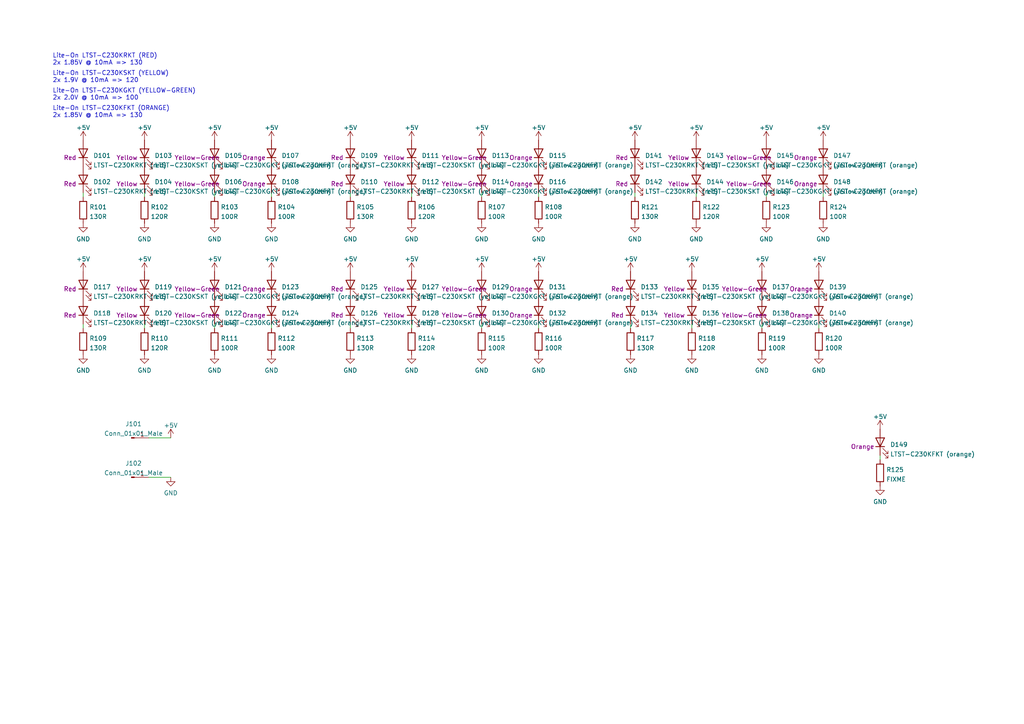
<source format=kicad_sch>
(kicad_sch (version 20211123) (generator eeschema)
  (paper "A4")
  (lib_symbols
    (symbol "Connector:Conn_01x01_Male" (pin_names (offset 1.016) hide)
      (property "Reference" "J" (at 0 2.54 0))
      (property "Value" "Conn_01x01_Male" (at 0 -2.54 0))
      (symbol "Conn_01x01_Male_1_1"
        (polyline (pts (xy 1.27 0) (xy 0.8636 0)) (stroke (width 0.1524)))
        (rectangle (start 0.8636 0.127) (end 0 -0.127) (stroke (width 0.1524)) (fill (type outline)))
        (pin passive line (at 5.08 0 180) (length 3.81) (name "Pin_1") (number "1"))
      )
    )
    (symbol "Device:LED" (pin_numbers hide) (pin_names (offset 1.016) hide)
      (property "Reference" "D" (at 0 2.54 0))
      (property "Value" "LED" (at 0 -2.54 0))
      (symbol "LED_0_1"
        (polyline (pts (xy -1.27 -1.27) (xy -1.27 1.27)) (stroke (width 0.254)))
        (polyline (pts (xy -1.27 0) (xy 1.27 0)))
        (polyline (pts (xy 1.27 -1.27) (xy 1.27 1.27) (xy -1.27 0) (xy 1.27 -1.27)) (stroke (width 0.254)))
        (polyline (pts (xy -3.048 -0.762) (xy -4.572 -2.286) (xy -3.81 -2.286) (xy -4.572 -2.286) (xy -4.572 -1.524)))
        (polyline (pts (xy -1.778 -0.762) (xy -3.302 -2.286) (xy -2.54 -2.286) (xy -3.302 -2.286) (xy -3.302 -1.524)))
      )
      (symbol "LED_1_1"
        (pin passive line (at -3.81 0 0) (length 2.54) (name "K") (number "1"))
        (pin passive line (at 3.81 0 180) (length 2.54) (name "A") (number "2"))
      )
    )
    (symbol "Device:R" (pin_numbers hide) (pin_names (offset 0))
      (property "Reference" "R" (at 2.032 0 90))
      (property "Value" "R" (at 0 0 90))
      (symbol "R_0_1"
        (rectangle (start -1.016 -2.54) (end 1.016 2.54) (stroke (width 0.254)))
      )
      (symbol "R_1_1"
        (pin passive line (at 0 3.81 270) (length 1.27) (name "~") (number "1"))
        (pin passive line (at 0 -3.81 90) (length 1.27) (name "~") (number "2"))
      )
    )
    (symbol "power:+5V" (power) (pin_names (offset 0))
      (property "Value" "+5V" (at 0 3.556 0))
      (symbol "+5V_0_1"
        (polyline (pts (xy -0.762 1.27) (xy 0 2.54)))
        (polyline (pts (xy 0 0) (xy 0 2.54)))
        (polyline (pts (xy 0 2.54) (xy 0.762 1.27)))
      )
      (symbol "+5V_1_1"
        (pin power_in line (at 0 0 90) (length 0) hide (name "+5V") (number "1"))
      )
    )
    (symbol "power:GND" (power) (pin_names (offset 0))
      (property "Value" "GND" (at 0 -3.81 0))
      (symbol "GND_0_1"
        (polyline (pts (xy 0 0) (xy 0 -1.27) (xy 1.27 -1.27) (xy 0 -2.54) (xy -1.27 -1.27) (xy 0 -1.27)))
      )
      (symbol "GND_1_1"
        (pin power_in line (at 0 0 270) (length 0) hide (name "GND") (number "1"))
      )
    )
  )
  (wire (pts (xy 222.25 55.88) (xy 222.25 57.15)))
  (wire (pts (xy 62.23 55.88) (xy 62.23 57.15)))
  (wire (pts (xy 24.13 93.98) (xy 24.13 95.25)))
  (wire (pts (xy 200.66 93.98) (xy 200.66 95.25)))
  (wire (pts (xy 156.21 93.98) (xy 156.21 95.25)))
  (wire (pts (xy 62.23 93.98) (xy 62.23 95.25)))
  (wire (pts (xy 182.88 93.98) (xy 182.88 95.25)))
  (wire (pts (xy 201.93 55.88) (xy 201.93 57.15)))
  (wire (pts (xy 41.91 93.98) (xy 41.91 95.25)))
  (wire (pts (xy 237.49 93.98) (xy 237.49 95.25)))
  (wire (pts (xy 119.38 55.88) (xy 119.38 57.15)))
  (wire (pts (xy 43.18 127) (xy 49.53 127)))
  (wire (pts (xy 101.6 93.98) (xy 101.6 95.25)))
  (wire (pts (xy 139.7 93.98) (xy 139.7 95.25)))
  (wire (pts (xy 156.21 55.88) (xy 156.21 57.15)))
  (wire (pts (xy 101.6 55.88) (xy 101.6 57.15)))
  (wire (pts (xy 238.76 55.88) (xy 238.76 57.15)))
  (wire (pts (xy 119.38 93.98) (xy 119.38 95.25)))
  (wire (pts (xy 220.98 93.98) (xy 220.98 95.25)))
  (wire (pts (xy 41.91 55.88) (xy 41.91 57.15)))
  (wire (pts (xy 78.74 55.88) (xy 78.74 57.15)))
  (wire (pts (xy 184.15 55.88) (xy 184.15 57.15)))
  (wire (pts (xy 24.13 55.88) (xy 24.13 57.15)))
  (wire (pts (xy 78.74 93.98) (xy 78.74 95.25)))
  (wire (pts (xy 43.18 138.43) (xy 49.53 138.43)))
  (wire (pts (xy 255.27 132.08) (xy 255.27 133.35)))
  (wire (pts (xy 139.7 55.88) (xy 139.7 57.15)))
  (text "Lite-On LTST-C230KGKT (YELLOW-GREEN)\n2x 2.0V @ 10mA => 100" (at 15.24 29.21 0) (effects (font (size 1.27 1.27)) (justify left bottom)))
  (text "Lite-On LTST-C230KSKT (YELLOW)\n2x 1.9V @ 10mA => 120" (at 15.24 24.13 0) (effects (font (size 1.27 1.27)) (justify left bottom)))
  (text "Lite-On LTST-C230KRKT (RED)\n2x 1.85V @ 10mA => 130" (at 15.24 19.05 0) (effects (font (size 1.27 1.27)) (justify left bottom)))
  (text "Lite-On LTST-C230KFKT (ORANGE)\n2x 1.85V @ 10mA => 130" (at 15.24 34.29 0) (effects (font (size 1.27 1.27)) (justify left bottom)))
  (symbol (lib_id "Device:LED") (at 78.74 44.45 90) (unit 1)
    (property "Reference" "D107" (at 81.661 45.129 90) (effects (justify right)))
    (property "Value" "LTST-C230KFKT (orange)" (at 81.661 47.9041 90) (effects (justify right)))
    (property "Footprint" "library:led_counterpost_1206" (effects hide))
    (property "LCSC#" "C284942" (effects hide))
    (property "Color" "Orange" (at 73.66 45.72 90))
    (property "P/N" "LTST-C230KFKT" (effects hide))
    (property "MFG" "Lite-On" (effects hide))
  )
  (symbol (lib_id "power:+5V") (at 201.93 40.64 0) (unit 1)
    (property "Reference" "#PWR0143" (effects hide))
    (property "Value" "+5V" (at 201.93 37.0355 0))
  )
  (symbol (lib_id "Device:LED") (at 200.66 82.55 90) (unit 1)
    (property "Reference" "D135" (at 203.581 83.229 90) (effects (justify right)))
    (property "Value" "LTST-C230KSKT (yellow)" (at 203.581 86.0041 90) (effects (justify right)))
    (property "Footprint" "library:led_counterpost_1206" (effects hide))
    (property "LCSC#" "C125108" (effects hide))
    (property "Color" "Yellow" (at 195.58 83.82 90))
    (property "P/N" "LTST-C230KSKT" (effects hide))
    (property "MFG" "Lite-On" (effects hide))
  )
  (symbol (lib_id "Device:LED") (at 238.76 52.07 90) (unit 1)
    (property "Reference" "D148" (at 241.681 52.749 90) (effects (justify right)))
    (property "Value" "LTST-C230KFKT (orange)" (at 241.681 55.5241 90) (effects (justify right)))
    (property "Footprint" "library:led_counterpost_1206" (effects hide))
    (property "LCSC#" "C284942" (effects hide))
    (property "Color" "Orange" (at 233.68 53.34 90))
    (property "P/N" "LTST-C230KFKT" (effects hide))
    (property "MFG" "Lite-On" (effects hide))
  )
  (symbol (lib_id "power:+5V") (at 24.13 78.74 0) (unit 1)
    (property "Reference" "#PWR0117" (effects hide))
    (property "Value" "+5V" (at 24.13 75.1355 0))
  )
  (symbol (lib_id "Device:LED") (at 119.38 52.07 90) (unit 1)
    (property "Reference" "D112" (at 122.301 52.749 90) (effects (justify right)))
    (property "Value" "LTST-C230KSKT (yellow)" (at 122.301 55.5241 90) (effects (justify right)))
    (property "Footprint" "library:led_counterpost_1206" (effects hide))
    (property "LCSC#" "C125108" (effects hide))
    (property "Color" "Yellow" (at 114.3 53.34 90))
    (property "P/N" "LTST-C230KSKT" (effects hide))
    (property "MFG" "Lite-On" (effects hide))
  )
  (symbol (lib_id "Device:LED") (at 220.98 90.17 90) (unit 1)
    (property "Reference" "D138" (at 223.901 90.849 90) (effects (justify right)))
    (property "Value" "LTST-C230KGKT (yellow-green)" (at 223.901 93.6241 90) (effects (justify right)))
    (property "Footprint" "library:led_counterpost_1206" (effects hide))
    (property "LCSC#" "C125106" (effects hide))
    (property "Color" "Yellow-Green" (at 215.9 91.44 90))
    (property "P/N" "LTST-C230KGKT" (effects hide))
    (property "MFG" "Lite-On" (effects hide))
  )
  (symbol (lib_id "Device:LED") (at 101.6 90.17 90) (unit 1)
    (property "Reference" "D126" (at 104.521 90.849 90) (effects (justify right)))
    (property "Value" "LTST-C230KRKT (red)" (at 104.521 93.6241 90) (effects (justify right)))
    (property "Footprint" "library:led_counterpost_1206" (effects hide))
    (property "LCSC#" "C125107" (effects hide))
    (property "Color" "Red" (at 97.79 91.44 90))
    (property "P/N" "LTST-C230KRKT" (effects hide))
    (property "MFG" "Lite-On" (effects hide))
  )
  (symbol (lib_id "Device:R") (at 119.38 99.06 0) (unit 1)
    (property "Reference" "R114" (at 121.158 98.1515 0) (effects (justify left)))
    (property "Value" "120R" (at 121.158 100.9266 0) (effects (justify left)))
    (property "Footprint" "Resistor_SMD:R_0603_1608Metric" (effects hide))
  )
  (symbol (lib_id "power:+5V") (at 238.76 40.64 0) (unit 1)
    (property "Reference" "#PWR0147" (effects hide))
    (property "Value" "+5V" (at 238.76 37.0355 0))
  )
  (symbol (lib_id "Device:R") (at 41.91 99.06 0) (unit 1)
    (property "Reference" "R110" (at 43.688 98.1515 0) (effects (justify left)))
    (property "Value" "120R" (at 43.688 100.9266 0) (effects (justify left)))
    (property "Footprint" "Resistor_SMD:R_0603_1608Metric" (effects hide))
  )
  (symbol (lib_id "Device:R") (at 156.21 60.96 0) (unit 1)
    (property "Reference" "R108" (at 157.988 60.0515 0) (effects (justify left)))
    (property "Value" "100R" (at 157.988 62.8266 0) (effects (justify left)))
    (property "Footprint" "Resistor_SMD:R_0603_1608Metric" (effects hide))
  )
  (symbol (lib_id "Device:LED") (at 201.93 52.07 90) (unit 1)
    (property "Reference" "D144" (at 204.851 52.749 90) (effects (justify right)))
    (property "Value" "LTST-C230KSKT (yellow)" (at 204.851 55.5241 90) (effects (justify right)))
    (property "Footprint" "library:led_counterpost_1206" (effects hide))
    (property "LCSC#" "C125108" (effects hide))
    (property "Color" "Yellow" (at 196.85 53.34 90))
    (property "P/N" "LTST-C230KSKT" (effects hide))
    (property "MFG" "Lite-On" (effects hide))
  )
  (symbol (lib_id "power:GND") (at 101.6 64.77 0) (unit 1)
    (property "Reference" "#PWR0115" (effects hide))
    (property "Value" "GND" (at 101.6 69.3325 0))
  )
  (symbol (lib_id "Device:R") (at 41.91 60.96 0) (unit 1)
    (property "Reference" "R102" (at 43.688 60.0515 0) (effects (justify left)))
    (property "Value" "120R" (at 43.688 62.8266 0) (effects (justify left)))
    (property "Footprint" "Resistor_SMD:R_0603_1608Metric" (effects hide))
  )
  (symbol (lib_id "Device:LED") (at 119.38 90.17 90) (unit 1)
    (property "Reference" "D128" (at 122.301 90.849 90) (effects (justify right)))
    (property "Value" "LTST-C230KSKT (yellow)" (at 122.301 93.6241 90) (effects (justify right)))
    (property "Footprint" "library:led_counterpost_1206" (effects hide))
    (property "LCSC#" "C125108" (effects hide))
    (property "Color" "Yellow" (at 114.3 91.44 90))
    (property "P/N" "LTST-C230KSKT" (effects hide))
    (property "MFG" "Lite-On" (effects hide))
  )
  (symbol (lib_id "power:GND") (at 184.15 64.77 0) (unit 1)
    (property "Reference" "#PWR0142" (effects hide))
    (property "Value" "GND" (at 184.15 69.3325 0))
  )
  (symbol (lib_id "power:+5V") (at 78.74 40.64 0) (unit 1)
    (property "Reference" "#PWR0105" (effects hide))
    (property "Value" "+5V" (at 78.74 37.0355 0))
  )
  (symbol (lib_id "Device:R") (at 139.7 60.96 0) (unit 1)
    (property "Reference" "R107" (at 141.478 60.0515 0) (effects (justify left)))
    (property "Value" "100R" (at 141.478 62.8266 0) (effects (justify left)))
    (property "Footprint" "Resistor_SMD:R_0603_1608Metric" (effects hide))
  )
  (symbol (lib_id "power:GND") (at 201.93 64.77 0) (unit 1)
    (property "Reference" "#PWR0144" (effects hide))
    (property "Value" "GND" (at 201.93 69.3325 0))
  )
  (symbol (lib_id "Device:LED") (at 156.21 52.07 90) (unit 1)
    (property "Reference" "D116" (at 159.131 52.749 90) (effects (justify right)))
    (property "Value" "LTST-C230KFKT (orange)" (at 159.131 55.5241 90) (effects (justify right)))
    (property "Footprint" "library:led_counterpost_1206" (effects hide))
    (property "LCSC#" "C284942" (effects hide))
    (property "Color" "Orange" (at 151.13 53.34 90))
    (property "P/N" "LTST-C230KFKT" (effects hide))
    (property "MFG" "Lite-On" (effects hide))
  )
  (symbol (lib_id "Device:R") (at 156.21 99.06 0) (unit 1)
    (property "Reference" "R116" (at 157.988 98.1515 0) (effects (justify left)))
    (property "Value" "100R" (at 157.988 100.9266 0) (effects (justify left)))
    (property "Footprint" "Resistor_SMD:R_0603_1608Metric" (effects hide))
  )
  (symbol (lib_id "Device:LED") (at 24.13 82.55 90) (unit 1)
    (property "Reference" "D117" (at 27.051 83.229 90) (effects (justify right)))
    (property "Value" "LTST-C230KRKT (red)" (at 27.051 86.0041 90) (effects (justify right)))
    (property "Footprint" "library:led_counterpost_1206" (effects hide))
    (property "LCSC#" "C125107" (effects hide))
    (property "Color" "Red" (at 20.32 83.82 90))
    (property "P/N" "LTST-C230KRKT" (effects hide))
    (property "MFG" "Lite-On" (effects hide))
  )
  (symbol (lib_id "Device:LED") (at 24.13 90.17 90) (unit 1)
    (property "Reference" "D118" (at 27.051 90.849 90) (effects (justify right)))
    (property "Value" "LTST-C230KRKT (red)" (at 27.051 93.6241 90) (effects (justify right)))
    (property "Footprint" "library:led_counterpost_1206" (effects hide))
    (property "LCSC#" "C125107" (effects hide))
    (property "Color" "Red" (at 20.32 91.44 90))
    (property "P/N" "LTST-C230KRKT" (effects hide))
    (property "MFG" "Lite-On" (effects hide))
  )
  (symbol (lib_id "Device:R") (at 24.13 99.06 0) (unit 1)
    (property "Reference" "R109" (at 25.908 98.1515 0) (effects (justify left)))
    (property "Value" "130R" (at 25.908 100.9266 0) (effects (justify left)))
    (property "Footprint" "Resistor_SMD:R_0603_1608Metric" (effects hide))
  )
  (symbol (lib_id "Device:R") (at 62.23 99.06 0) (unit 1)
    (property "Reference" "R111" (at 64.008 98.1515 0) (effects (justify left)))
    (property "Value" "100R" (at 64.008 100.9266 0) (effects (justify left)))
    (property "Footprint" "Resistor_SMD:R_0603_1608Metric" (effects hide))
  )
  (symbol (lib_id "power:+5V") (at 62.23 40.64 0) (unit 1)
    (property "Reference" "#PWR0108" (effects hide))
    (property "Value" "+5V" (at 62.23 37.0355 0))
  )
  (symbol (lib_id "Device:LED") (at 139.7 90.17 90) (unit 1)
    (property "Reference" "D130" (at 142.621 90.849 90) (effects (justify right)))
    (property "Value" "LTST-C230KGKT (yellow-green)" (at 142.621 93.6241 90) (effects (justify right)))
    (property "Footprint" "library:led_counterpost_1206" (effects hide))
    (property "LCSC#" "C125106" (effects hide))
    (property "Color" "Yellow-Green" (at 134.62 91.44 90))
    (property "P/N" "LTST-C230KGKT" (effects hide))
    (property "MFG" "Lite-On" (effects hide))
  )
  (symbol (lib_id "Device:R") (at 255.27 137.16 0) (unit 1)
    (property "Reference" "R125" (at 257.048 136.2515 0) (effects (justify left)))
    (property "Value" "FIXME" (at 257.048 139.0266 0) (effects (justify left)))
    (property "Footprint" "Resistor_SMD:R_0603_1608Metric" (effects hide))
  )
  (symbol (lib_id "Device:LED") (at 62.23 52.07 90) (unit 1)
    (property "Reference" "D106" (at 65.151 52.749 90) (effects (justify right)))
    (property "Value" "LTST-C230KGKT (yellow-green)" (at 65.151 55.5241 90) (effects (justify right)))
    (property "Footprint" "library:led_counterpost_1206" (effects hide))
    (property "LCSC#" "C125106" (effects hide))
    (property "Color" "Yellow-Green" (at 57.15 53.34 90))
    (property "P/N" "LTST-C230KGKT" (effects hide))
    (property "MFG" "Lite-On" (effects hide))
  )
  (symbol (lib_id "Device:LED") (at 41.91 52.07 90) (unit 1)
    (property "Reference" "D104" (at 44.831 52.749 90) (effects (justify right)))
    (property "Value" "LTST-C230KSKT (yellow)" (at 44.831 55.5241 90) (effects (justify right)))
    (property "Footprint" "library:led_counterpost_1206" (effects hide))
    (property "LCSC#" "C125108" (effects hide))
    (property "Color" "Yellow" (at 36.83 53.34 90))
    (property "P/N" "LTST-C230KSKT" (effects hide))
    (property "MFG" "Lite-On" (effects hide))
  )
  (symbol (lib_id "Device:LED") (at 78.74 52.07 90) (unit 1)
    (property "Reference" "D108" (at 81.661 52.749 90) (effects (justify right)))
    (property "Value" "LTST-C230KFKT (orange)" (at 81.661 55.5241 90) (effects (justify right)))
    (property "Footprint" "library:led_counterpost_1206" (effects hide))
    (property "LCSC#" "C284942" (effects hide))
    (property "Color" "Orange" (at 73.66 53.34 90))
    (property "P/N" "LTST-C230KFKT" (effects hide))
    (property "MFG" "Lite-On" (effects hide))
  )
  (symbol (lib_id "Device:R") (at 24.13 60.96 0) (unit 1)
    (property "Reference" "R101" (at 25.908 60.0515 0) (effects (justify left)))
    (property "Value" "130R" (at 25.908 62.8266 0) (effects (justify left)))
    (property "Footprint" "Resistor_SMD:R_0603_1608Metric" (effects hide))
  )
  (symbol (lib_id "power:GND") (at 78.74 102.87 0) (unit 1)
    (property "Reference" "#PWR0124" (effects hide))
    (property "Value" "GND" (at 78.74 107.4325 0))
  )
  (symbol (lib_id "Device:R") (at 237.49 99.06 0) (unit 1)
    (property "Reference" "R120" (at 239.268 98.1515 0) (effects (justify left)))
    (property "Value" "100R" (at 239.268 100.9266 0) (effects (justify left)))
    (property "Footprint" "Resistor_SMD:R_0603_1608Metric" (effects hide))
  )
  (symbol (lib_id "Device:LED") (at 41.91 90.17 90) (unit 1)
    (property "Reference" "D120" (at 44.831 90.849 90) (effects (justify right)))
    (property "Value" "LTST-C230KSKT (yellow)" (at 44.831 93.6241 90) (effects (justify right)))
    (property "Footprint" "library:led_counterpost_1206" (effects hide))
    (property "LCSC#" "C125108" (effects hide))
    (property "Color" "Yellow" (at 36.83 91.44 90))
    (property "P/N" "LTST-C230KSKT" (effects hide))
    (property "MFG" "Lite-On" (effects hide))
  )
  (symbol (lib_id "power:GND") (at 237.49 102.87 0) (unit 1)
    (property "Reference" "#PWR0140" (effects hide))
    (property "Value" "GND" (at 237.49 107.4325 0))
  )
  (symbol (lib_id "power:+5V") (at 222.25 40.64 0) (unit 1)
    (property "Reference" "#PWR0145" (effects hide))
    (property "Value" "+5V" (at 222.25 37.0355 0))
  )
  (symbol (lib_id "power:+5V") (at 220.98 78.74 0) (unit 1)
    (property "Reference" "#PWR0137" (effects hide))
    (property "Value" "+5V" (at 220.98 75.1355 0))
  )
  (symbol (lib_id "Device:LED") (at 78.74 90.17 90) (unit 1)
    (property "Reference" "D124" (at 81.661 90.849 90) (effects (justify right)))
    (property "Value" "LTST-C230KFKT (orange)" (at 81.661 93.6241 90) (effects (justify right)))
    (property "Footprint" "library:led_counterpost_1206" (effects hide))
    (property "LCSC#" "C284942" (effects hide))
    (property "Color" "Orange" (at 73.66 91.44 90))
    (property "P/N" "LTST-C230KFKT" (effects hide))
    (property "MFG" "Lite-On" (effects hide))
  )
  (symbol (lib_id "power:GND") (at 139.7 64.77 0) (unit 1)
    (property "Reference" "#PWR0111" (effects hide))
    (property "Value" "GND" (at 139.7 69.3325 0))
  )
  (symbol (lib_id "Device:LED") (at 238.76 44.45 90) (unit 1)
    (property "Reference" "D147" (at 241.681 45.129 90) (effects (justify right)))
    (property "Value" "LTST-C230KFKT (orange)" (at 241.681 47.9041 90) (effects (justify right)))
    (property "Footprint" "library:led_counterpost_1206" (effects hide))
    (property "LCSC#" "C284942" (effects hide))
    (property "Color" "Orange" (at 233.68 45.72 90))
    (property "P/N" "LTST-C230KFKT" (effects hide))
    (property "MFG" "Lite-On" (effects hide))
  )
  (symbol (lib_id "Device:LED") (at 156.21 82.55 90) (unit 1)
    (property "Reference" "D131" (at 159.131 83.229 90) (effects (justify right)))
    (property "Value" "LTST-C230KFKT (orange)" (at 159.131 86.0041 90) (effects (justify right)))
    (property "Footprint" "library:led_counterpost_1206" (effects hide))
    (property "LCSC#" "C284942" (effects hide))
    (property "Color" "Orange" (at 151.13 83.82 90))
    (property "P/N" "LTST-C230KFKT" (effects hide))
    (property "MFG" "Lite-On" (effects hide))
  )
  (symbol (lib_id "Device:R") (at 201.93 60.96 0) (unit 1)
    (property "Reference" "R122" (at 203.708 60.0515 0) (effects (justify left)))
    (property "Value" "120R" (at 203.708 62.8266 0) (effects (justify left)))
    (property "Footprint" "Resistor_SMD:R_0603_1608Metric" (effects hide))
  )
  (symbol (lib_id "power:+5V") (at 78.74 78.74 0) (unit 1)
    (property "Reference" "#PWR0123" (effects hide))
    (property "Value" "+5V" (at 78.74 75.1355 0))
  )
  (symbol (lib_id "power:+5V") (at 119.38 78.74 0) (unit 1)
    (property "Reference" "#PWR0127" (effects hide))
    (property "Value" "+5V" (at 119.38 75.1355 0))
  )
  (symbol (lib_id "Device:LED") (at 139.7 82.55 90) (unit 1)
    (property "Reference" "D129" (at 142.621 83.229 90) (effects (justify right)))
    (property "Value" "LTST-C230KGKT (yellow-green)" (at 142.621 86.0041 90) (effects (justify right)))
    (property "Footprint" "library:led_counterpost_1206" (effects hide))
    (property "LCSC#" "C125106" (effects hide))
    (property "Color" "Yellow-Green" (at 134.62 83.82 90))
    (property "P/N" "LTST-C230KGKT" (effects hide))
    (property "MFG" "Lite-On" (effects hide))
  )
  (symbol (lib_id "power:GND") (at 24.13 102.87 0) (unit 1)
    (property "Reference" "#PWR0118" (effects hide))
    (property "Value" "GND" (at 24.13 107.4325 0))
  )
  (symbol (lib_id "power:GND") (at 101.6 102.87 0) (unit 1)
    (property "Reference" "#PWR0126" (effects hide))
    (property "Value" "GND" (at 101.6 107.4325 0))
  )
  (symbol (lib_id "Device:LED") (at 101.6 44.45 90) (unit 1)
    (property "Reference" "D109" (at 104.521 45.129 90) (effects (justify right)))
    (property "Value" "LTST-C230KRKT (red)" (at 104.521 47.9041 90) (effects (justify right)))
    (property "Footprint" "library:led_counterpost_1206" (effects hide))
    (property "LCSC#" "C125107" (effects hide))
    (property "Color" "Red" (at 97.79 45.72 90))
    (property "P/N" "LTST-C230KRKT" (effects hide))
    (property "MFG" "Lite-On" (effects hide))
  )
  (symbol (lib_id "Device:LED") (at 41.91 44.45 90) (unit 1)
    (property "Reference" "D103" (at 44.831 45.129 90) (effects (justify right)))
    (property "Value" "LTST-C230KSKT (yellow)" (at 44.831 47.9041 90) (effects (justify right)))
    (property "Footprint" "library:led_counterpost_1206" (effects hide))
    (property "LCSC#" "C125108" (effects hide))
    (property "Color" "Yellow" (at 36.83 45.72 90))
    (property "P/N" "LTST-C230KSKT" (effects hide))
    (property "MFG" "Lite-On" (effects hide))
  )
  (symbol (lib_id "Device:R") (at 101.6 60.96 0) (unit 1)
    (property "Reference" "R105" (at 103.378 60.0515 0) (effects (justify left)))
    (property "Value" "130R" (at 103.378 62.8266 0) (effects (justify left)))
    (property "Footprint" "Resistor_SMD:R_0603_1608Metric" (effects hide))
  )
  (symbol (lib_id "Device:LED") (at 139.7 44.45 90) (unit 1)
    (property "Reference" "D113" (at 142.621 45.129 90) (effects (justify right)))
    (property "Value" "LTST-C230KGKT (yellow-green)" (at 142.621 47.9041 90) (effects (justify right)))
    (property "Footprint" "library:led_counterpost_1206" (effects hide))
    (property "LCSC#" "C125106" (effects hide))
    (property "Color" "Yellow-Green" (at 134.62 45.72 90))
    (property "P/N" "LTST-C230KGKT" (effects hide))
    (property "MFG" "Lite-On" (effects hide))
  )
  (symbol (lib_id "Device:R") (at 139.7 99.06 0) (unit 1)
    (property "Reference" "R115" (at 141.478 98.1515 0) (effects (justify left)))
    (property "Value" "100R" (at 141.478 100.9266 0) (effects (justify left)))
    (property "Footprint" "Resistor_SMD:R_0603_1608Metric" (effects hide))
  )
  (symbol (lib_id "Device:LED") (at 139.7 52.07 90) (unit 1)
    (property "Reference" "D114" (at 142.621 52.749 90) (effects (justify right)))
    (property "Value" "LTST-C230KGKT (yellow-green)" (at 142.621 55.5241 90) (effects (justify right)))
    (property "Footprint" "library:led_counterpost_1206" (effects hide))
    (property "LCSC#" "C125106" (effects hide))
    (property "Color" "Yellow-Green" (at 134.62 53.34 90))
    (property "P/N" "LTST-C230KGKT" (effects hide))
    (property "MFG" "Lite-On" (effects hide))
  )
  (symbol (lib_id "power:GND") (at 222.25 64.77 0) (unit 1)
    (property "Reference" "#PWR0146" (effects hide))
    (property "Value" "GND" (at 222.25 69.3325 0))
  )
  (symbol (lib_id "Device:LED") (at 41.91 82.55 90) (unit 1)
    (property "Reference" "D119" (at 44.831 83.229 90) (effects (justify right)))
    (property "Value" "LTST-C230KSKT (yellow)" (at 44.831 86.0041 90) (effects (justify right)))
    (property "Footprint" "library:led_counterpost_1206" (effects hide))
    (property "LCSC#" "C125108" (effects hide))
    (property "Color" "Yellow" (at 36.83 83.82 90))
    (property "P/N" "LTST-C230KSKT" (effects hide))
    (property "MFG" "Lite-On" (effects hide))
  )
  (symbol (lib_id "Device:R") (at 101.6 99.06 0) (unit 1)
    (property "Reference" "R113" (at 103.378 98.1515 0) (effects (justify left)))
    (property "Value" "130R" (at 103.378 100.9266 0) (effects (justify left)))
    (property "Footprint" "Resistor_SMD:R_0603_1608Metric" (effects hide))
  )
  (symbol (lib_id "Device:R") (at 78.74 60.96 0) (unit 1)
    (property "Reference" "R104" (at 80.518 60.0515 0) (effects (justify left)))
    (property "Value" "100R" (at 80.518 62.8266 0) (effects (justify left)))
    (property "Footprint" "Resistor_SMD:R_0603_1608Metric" (effects hide))
  )
  (symbol (lib_id "power:GND") (at 255.27 140.97 0) (unit 1)
    (property "Reference" "#PWR0150" (effects hide))
    (property "Value" "GND" (at 255.27 145.5325 0))
  )
  (symbol (lib_id "Device:LED") (at 78.74 82.55 90) (unit 1)
    (property "Reference" "D123" (at 81.661 83.229 90) (effects (justify right)))
    (property "Value" "LTST-C230KFKT (orange)" (at 81.661 86.0041 90) (effects (justify right)))
    (property "Footprint" "library:led_counterpost_1206" (effects hide))
    (property "LCSC#" "C284942" (effects hide))
    (property "Color" "Orange" (at 73.66 83.82 90))
    (property "P/N" "LTST-C230KFKT" (effects hide))
    (property "MFG" "Lite-On" (effects hide))
  )
  (symbol (lib_id "Device:R") (at 182.88 99.06 0) (unit 1)
    (property "Reference" "R117" (at 184.658 98.1515 0) (effects (justify left)))
    (property "Value" "130R" (at 184.658 100.9266 0) (effects (justify left)))
    (property "Footprint" "Resistor_SMD:R_0603_1608Metric" (effects hide))
  )
  (symbol (lib_id "Device:R") (at 78.74 99.06 0) (unit 1)
    (property "Reference" "R112" (at 80.518 98.1515 0) (effects (justify left)))
    (property "Value" "100R" (at 80.518 100.9266 0) (effects (justify left)))
    (property "Footprint" "Resistor_SMD:R_0603_1608Metric" (effects hide))
  )
  (symbol (lib_id "power:+5V") (at 62.23 78.74 0) (unit 1)
    (property "Reference" "#PWR0121" (effects hide))
    (property "Value" "+5V" (at 62.23 75.1355 0))
  )
  (symbol (lib_id "Device:R") (at 62.23 60.96 0) (unit 1)
    (property "Reference" "R103" (at 64.008 60.0515 0) (effects (justify left)))
    (property "Value" "100R" (at 64.008 62.8266 0) (effects (justify left)))
    (property "Footprint" "Resistor_SMD:R_0603_1608Metric" (effects hide))
  )
  (symbol (lib_id "Device:LED") (at 62.23 90.17 90) (unit 1)
    (property "Reference" "D122" (at 65.151 90.849 90) (effects (justify right)))
    (property "Value" "LTST-C230KGKT (yellow-green)" (at 65.151 93.6241 90) (effects (justify right)))
    (property "Footprint" "library:led_counterpost_1206" (effects hide))
    (property "LCSC#" "C125106" (effects hide))
    (property "Color" "Yellow-Green" (at 57.15 91.44 90))
    (property "P/N" "LTST-C230KGKT" (effects hide))
    (property "MFG" "Lite-On" (effects hide))
  )
  (symbol (lib_id "power:GND") (at 62.23 64.77 0) (unit 1)
    (property "Reference" "#PWR0103" (effects hide))
    (property "Value" "GND" (at 62.23 69.3325 0))
  )
  (symbol (lib_id "power:GND") (at 182.88 102.87 0) (unit 1)
    (property "Reference" "#PWR0134" (effects hide))
    (property "Value" "GND" (at 182.88 107.4325 0))
  )
  (symbol (lib_id "Device:LED") (at 156.21 44.45 90) (unit 1)
    (property "Reference" "D115" (at 159.131 45.129 90) (effects (justify right)))
    (property "Value" "LTST-C230KFKT (orange)" (at 159.131 47.9041 90) (effects (justify right)))
    (property "Footprint" "library:led_counterpost_1206" (effects hide))
    (property "LCSC#" "C284942" (effects hide))
    (property "Color" "Orange" (at 151.13 45.72 90))
    (property "P/N" "LTST-C230KFKT" (effects hide))
    (property "MFG" "Lite-On" (effects hide))
  )
  (symbol (lib_id "power:GND") (at 200.66 102.87 0) (unit 1)
    (property "Reference" "#PWR0136" (effects hide))
    (property "Value" "GND" (at 200.66 107.4325 0))
  )
  (symbol (lib_id "Device:R") (at 184.15 60.96 0) (unit 1)
    (property "Reference" "R121" (at 185.928 60.0515 0) (effects (justify left)))
    (property "Value" "130R" (at 185.928 62.8266 0) (effects (justify left)))
    (property "Footprint" "Resistor_SMD:R_0603_1608Metric" (effects hide))
  )
  (symbol (lib_id "Device:LED") (at 201.93 44.45 90) (unit 1)
    (property "Reference" "D143" (at 204.851 45.129 90) (effects (justify right)))
    (property "Value" "LTST-C230KSKT (yellow)" (at 204.851 47.9041 90) (effects (justify right)))
    (property "Footprint" "library:led_counterpost_1206" (effects hide))
    (property "LCSC#" "C125108" (effects hide))
    (property "Color" "Yellow" (at 196.85 45.72 90))
    (property "P/N" "LTST-C230KSKT" (effects hide))
    (property "MFG" "Lite-On" (effects hide))
  )
  (symbol (lib_id "Device:LED") (at 237.49 90.17 90) (unit 1)
    (property "Reference" "D140" (at 240.411 90.849 90) (effects (justify right)))
    (property "Value" "LTST-C230KFKT (orange)" (at 240.411 93.6241 90) (effects (justify right)))
    (property "Footprint" "library:led_counterpost_1206" (effects hide))
    (property "LCSC#" "C284942" (effects hide))
    (property "Color" "Orange" (at 232.41 91.44 90))
    (property "P/N" "LTST-C230KFKT" (effects hide))
    (property "MFG" "Lite-On" (effects hide))
  )
  (symbol (lib_id "power:+5V") (at 255.27 124.46 0) (unit 1)
    (property "Reference" "#PWR0149" (effects hide))
    (property "Value" "+5V" (at 255.27 120.8555 0))
  )
  (symbol (lib_id "Device:LED") (at 222.25 52.07 90) (unit 1)
    (property "Reference" "D146" (at 225.171 52.749 90) (effects (justify right)))
    (property "Value" "LTST-C230KGKT (yellow-green)" (at 225.171 55.5241 90) (effects (justify right)))
    (property "Footprint" "library:led_counterpost_1206" (effects hide))
    (property "LCSC#" "C125106" (effects hide))
    (property "Color" "Yellow-Green" (at 217.17 53.34 90))
    (property "P/N" "LTST-C230KGKT" (effects hide))
    (property "MFG" "Lite-On" (effects hide))
  )
  (symbol (lib_id "power:GND") (at 24.13 64.77 0) (unit 1)
    (property "Reference" "#PWR0101" (effects hide))
    (property "Value" "GND" (at 24.13 69.3325 0))
  )
  (symbol (lib_id "Connector:Conn_01x01_Male") (at 38.1 127 0) (unit 1)
    (property "Reference" "J101" (at 38.735 122.9573 0))
    (property "Value" "Conn_01x01_Male" (at 38.735 125.7324 0))
    (property "Footprint" "library:pad" (effects hide))
  )
  (symbol (lib_id "Device:LED") (at 184.15 44.45 90) (unit 1)
    (property "Reference" "D141" (at 187.071 45.129 90) (effects (justify right)))
    (property "Value" "LTST-C230KRKT (red)" (at 187.071 47.9041 90) (effects (justify right)))
    (property "Footprint" "library:led_counterpost_1206" (effects hide))
    (property "LCSC#" "C125107" (effects hide))
    (property "Color" "Red" (at 180.34 45.72 90))
    (property "P/N" "LTST-C230KRKT" (effects hide))
    (property "MFG" "Lite-On" (effects hide))
  )
  (symbol (lib_id "power:+5V") (at 119.38 40.64 0) (unit 1)
    (property "Reference" "#PWR0110" (effects hide))
    (property "Value" "+5V" (at 119.38 37.0355 0))
  )
  (symbol (lib_id "Device:R") (at 238.76 60.96 0) (unit 1)
    (property "Reference" "R124" (at 240.538 60.0515 0) (effects (justify left)))
    (property "Value" "100R" (at 240.538 62.8266 0) (effects (justify left)))
    (property "Footprint" "Resistor_SMD:R_0603_1608Metric" (effects hide))
  )
  (symbol (lib_id "power:GND") (at 41.91 64.77 0) (unit 1)
    (property "Reference" "#PWR0104" (effects hide))
    (property "Value" "GND" (at 41.91 69.3325 0))
  )
  (symbol (lib_id "Device:LED") (at 101.6 52.07 90) (unit 1)
    (property "Reference" "D110" (at 104.521 52.749 90) (effects (justify right)))
    (property "Value" "LTST-C230KRKT (red)" (at 104.521 55.5241 90) (effects (justify right)))
    (property "Footprint" "library:led_counterpost_1206" (effects hide))
    (property "LCSC#" "C125107" (effects hide))
    (property "Color" "Red" (at 97.79 53.34 90))
    (property "P/N" "LTST-C230KRKT" (effects hide))
    (property "MFG" "Lite-On" (effects hide))
  )
  (symbol (lib_id "power:+5V") (at 156.21 40.64 0) (unit 1)
    (property "Reference" "#PWR0113" (effects hide))
    (property "Value" "+5V" (at 156.21 37.0355 0))
  )
  (symbol (lib_id "Device:LED") (at 62.23 44.45 90) (unit 1)
    (property "Reference" "D105" (at 65.151 45.129 90) (effects (justify right)))
    (property "Value" "LTST-C230KGKT (yellow-green)" (at 65.151 47.9041 90) (effects (justify right)))
    (property "Footprint" "library:led_counterpost_1206" (effects hide))
    (property "LCSC#" "C125106" (effects hide))
    (property "Color" "Yellow-Green" (at 57.15 45.72 90))
    (property "P/N" "LTST-C230KGKT" (effects hide))
    (property "MFG" "Lite-On" (effects hide))
  )
  (symbol (lib_id "Connector:Conn_01x01_Male") (at 38.1 138.43 0) (unit 1)
    (property "Reference" "J102" (at 38.735 134.3873 0))
    (property "Value" "Conn_01x01_Male" (at 38.735 137.1624 0))
    (property "Footprint" "library:pad" (effects hide))
  )
  (symbol (lib_id "power:+5V") (at 237.49 78.74 0) (unit 1)
    (property "Reference" "#PWR0139" (effects hide))
    (property "Value" "+5V" (at 237.49 75.1355 0))
  )
  (symbol (lib_id "Device:LED") (at 237.49 82.55 90) (unit 1)
    (property "Reference" "D139" (at 240.411 83.229 90) (effects (justify right)))
    (property "Value" "LTST-C230KFKT (orange)" (at 240.411 86.0041 90) (effects (justify right)))
    (property "Footprint" "library:led_counterpost_1206" (effects hide))
    (property "LCSC#" "C284942" (effects hide))
    (property "Color" "Orange" (at 232.41 83.82 90))
    (property "P/N" "LTST-C230KFKT" (effects hide))
    (property "MFG" "Lite-On" (effects hide))
  )
  (symbol (lib_id "Device:LED") (at 184.15 52.07 90) (unit 1)
    (property "Reference" "D142" (at 187.071 52.749 90) (effects (justify right)))
    (property "Value" "LTST-C230KRKT (red)" (at 187.071 55.5241 90) (effects (justify right)))
    (property "Footprint" "library:led_counterpost_1206" (effects hide))
    (property "LCSC#" "C125107" (effects hide))
    (property "Color" "Red" (at 180.34 53.34 90))
    (property "P/N" "LTST-C230KRKT" (effects hide))
    (property "MFG" "Lite-On" (effects hide))
  )
  (symbol (lib_id "power:GND") (at 238.76 64.77 0) (unit 1)
    (property "Reference" "#PWR0148" (effects hide))
    (property "Value" "GND" (at 238.76 69.3325 0))
  )
  (symbol (lib_id "power:+5V") (at 24.13 40.64 0) (unit 1)
    (property "Reference" "#PWR0102" (effects hide))
    (property "Value" "+5V" (at 24.13 37.0355 0))
  )
  (symbol (lib_id "power:GND") (at 156.21 64.77 0) (unit 1)
    (property "Reference" "#PWR0112" (effects hide))
    (property "Value" "GND" (at 156.21 69.3325 0))
  )
  (symbol (lib_id "Device:LED") (at 156.21 90.17 90) (unit 1)
    (property "Reference" "D132" (at 159.131 90.849 90) (effects (justify right)))
    (property "Value" "LTST-C230KFKT (orange)" (at 159.131 93.6241 90) (effects (justify right)))
    (property "Footprint" "library:led_counterpost_1206" (effects hide))
    (property "LCSC#" "C284942" (effects hide))
    (property "Color" "Orange" (at 151.13 91.44 90))
    (property "P/N" "LTST-C230KFKT" (effects hide))
    (property "MFG" "Lite-On" (effects hide))
  )
  (symbol (lib_id "Device:LED") (at 182.88 82.55 90) (unit 1)
    (property "Reference" "D133" (at 185.801 83.229 90) (effects (justify right)))
    (property "Value" "LTST-C230KRKT (red)" (at 185.801 86.0041 90) (effects (justify right)))
    (property "Footprint" "library:led_counterpost_1206" (effects hide))
    (property "LCSC#" "C125107" (effects hide))
    (property "Color" "Red" (at 179.07 83.82 90))
    (property "P/N" "LTST-C230KRKT" (effects hide))
    (property "MFG" "Lite-On" (effects hide))
  )
  (symbol (lib_id "power:+5V") (at 182.88 78.74 0) (unit 1)
    (property "Reference" "#PWR0133" (effects hide))
    (property "Value" "+5V" (at 182.88 75.1355 0))
  )
  (symbol (lib_id "Device:LED") (at 62.23 82.55 90) (unit 1)
    (property "Reference" "D121" (at 65.151 83.229 90) (effects (justify right)))
    (property "Value" "LTST-C230KGKT (yellow-green)" (at 65.151 86.0041 90) (effects (justify right)))
    (property "Footprint" "library:led_counterpost_1206" (effects hide))
    (property "LCSC#" "C125106" (effects hide))
    (property "Color" "Yellow-Green" (at 57.15 83.82 90))
    (property "P/N" "LTST-C230KGKT" (effects hide))
    (property "MFG" "Lite-On" (effects hide))
  )
  (symbol (lib_id "power:GND") (at 41.91 102.87 0) (unit 1)
    (property "Reference" "#PWR0120" (effects hide))
    (property "Value" "GND" (at 41.91 107.4325 0))
  )
  (symbol (lib_id "Device:LED") (at 101.6 82.55 90) (unit 1)
    (property "Reference" "D125" (at 104.521 83.229 90) (effects (justify right)))
    (property "Value" "LTST-C230KRKT (red)" (at 104.521 86.0041 90) (effects (justify right)))
    (property "Footprint" "library:led_counterpost_1206" (effects hide))
    (property "LCSC#" "C125107" (effects hide))
    (property "Color" "Red" (at 97.79 83.82 90))
    (property "P/N" "LTST-C230KRKT" (effects hide))
    (property "MFG" "Lite-On" (effects hide))
  )
  (symbol (lib_id "power:+5V") (at 200.66 78.74 0) (unit 1)
    (property "Reference" "#PWR0135" (effects hide))
    (property "Value" "+5V" (at 200.66 75.1355 0))
  )
  (symbol (lib_id "power:GND") (at 62.23 102.87 0) (unit 1)
    (property "Reference" "#PWR0122" (effects hide))
    (property "Value" "GND" (at 62.23 107.4325 0))
  )
  (symbol (lib_id "power:+5V") (at 101.6 78.74 0) (unit 1)
    (property "Reference" "#PWR0125" (effects hide))
    (property "Value" "+5V" (at 101.6 75.1355 0))
  )
  (symbol (lib_id "power:+5V") (at 139.7 40.64 0) (unit 1)
    (property "Reference" "#PWR0114" (effects hide))
    (property "Value" "+5V" (at 139.7 37.0355 0))
  )
  (symbol (lib_id "power:+5V") (at 139.7 78.74 0) (unit 1)
    (property "Reference" "#PWR0129" (effects hide))
    (property "Value" "+5V" (at 139.7 75.1355 0))
  )
  (symbol (lib_id "Device:LED") (at 255.27 128.27 90) (unit 1)
    (property "Reference" "D149" (at 258.191 128.949 90) (effects (justify right)))
    (property "Value" "LTST-C230KFKT (orange)" (at 258.191 131.7241 90) (effects (justify right)))
    (property "Footprint" "library:led_counterpost_1206" (effects hide))
    (property "LCSC#" "C284942" (effects hide))
    (property "Color" "Orange" (at 250.19 129.54 90))
    (property "P/N" "LTST-C230KFKT" (effects hide))
    (property "MFG" "Lite-On" (effects hide))
  )
  (symbol (lib_id "Device:LED") (at 182.88 90.17 90) (unit 1)
    (property "Reference" "D134" (at 185.801 90.849 90) (effects (justify right)))
    (property "Value" "LTST-C230KRKT (red)" (at 185.801 93.6241 90) (effects (justify right)))
    (property "Footprint" "library:led_counterpost_1206" (effects hide))
    (property "LCSC#" "C125107" (effects hide))
    (property "Color" "Red" (at 179.07 91.44 90))
    (property "P/N" "LTST-C230KRKT" (effects hide))
    (property "MFG" "Lite-On" (effects hide))
  )
  (symbol (lib_id "Device:LED") (at 220.98 82.55 90) (unit 1)
    (property "Reference" "D137" (at 223.901 83.229 90) (effects (justify right)))
    (property "Value" "LTST-C230KGKT (yellow-green)" (at 223.901 86.0041 90) (effects (justify right)))
    (property "Footprint" "library:led_counterpost_1206" (effects hide))
    (property "LCSC#" "C125106" (effects hide))
    (property "Color" "Yellow-Green" (at 215.9 83.82 90))
    (property "P/N" "LTST-C230KGKT" (effects hide))
    (property "MFG" "Lite-On" (effects hide))
  )
  (symbol (lib_id "Device:LED") (at 222.25 44.45 90) (unit 1)
    (property "Reference" "D145" (at 225.171 45.129 90) (effects (justify right)))
    (property "Value" "LTST-C230KGKT (yellow-green)" (at 225.171 47.9041 90) (effects (justify right)))
    (property "Footprint" "library:led_counterpost_1206" (effects hide))
    (property "LCSC#" "C125106" (effects hide))
    (property "Color" "Yellow-Green" (at 217.17 45.72 90))
    (property "P/N" "LTST-C230KGKT" (effects hide))
    (property "MFG" "Lite-On" (effects hide))
  )
  (symbol (lib_id "Device:R") (at 222.25 60.96 0) (unit 1)
    (property "Reference" "R123" (at 224.028 60.0515 0) (effects (justify left)))
    (property "Value" "100R" (at 224.028 62.8266 0) (effects (justify left)))
    (property "Footprint" "Resistor_SMD:R_0603_1608Metric" (effects hide))
  )
  (symbol (lib_id "Device:R") (at 119.38 60.96 0) (unit 1)
    (property "Reference" "R106" (at 121.158 60.0515 0) (effects (justify left)))
    (property "Value" "120R" (at 121.158 62.8266 0) (effects (justify left)))
    (property "Footprint" "Resistor_SMD:R_0603_1608Metric" (effects hide))
  )
  (symbol (lib_id "power:+5V") (at 41.91 40.64 0) (unit 1)
    (property "Reference" "#PWR0107" (effects hide))
    (property "Value" "+5V" (at 41.91 37.0355 0))
  )
  (symbol (lib_id "power:GND") (at 78.74 64.77 0) (unit 1)
    (property "Reference" "#PWR0106" (effects hide))
    (property "Value" "GND" (at 78.74 69.3325 0))
  )
  (symbol (lib_id "power:GND") (at 156.21 102.87 0) (unit 1)
    (property "Reference" "#PWR0132" (effects hide))
    (property "Value" "GND" (at 156.21 107.4325 0))
  )
  (symbol (lib_id "Device:R") (at 220.98 99.06 0) (unit 1)
    (property "Reference" "R119" (at 222.758 98.1515 0) (effects (justify left)))
    (property "Value" "100R" (at 222.758 100.9266 0) (effects (justify left)))
    (property "Footprint" "Resistor_SMD:R_0603_1608Metric" (effects hide))
  )
  (symbol (lib_id "power:GND") (at 220.98 102.87 0) (unit 1)
    (property "Reference" "#PWR0138" (effects hide))
    (property "Value" "GND" (at 220.98 107.4325 0))
  )
  (symbol (lib_id "Device:LED") (at 119.38 44.45 90) (unit 1)
    (property "Reference" "D111" (at 122.301 45.129 90) (effects (justify right)))
    (property "Value" "LTST-C230KSKT (yellow)" (at 122.301 47.9041 90) (effects (justify right)))
    (property "Footprint" "library:led_counterpost_1206" (effects hide))
    (property "LCSC#" "C125108" (effects hide))
    (property "Color" "Yellow" (at 114.3 45.72 90))
    (property "P/N" "LTST-C230KSKT" (effects hide))
    (property "MFG" "Lite-On" (effects hide))
  )
  (symbol (lib_id "power:GND") (at 139.7 102.87 0) (unit 1)
    (property "Reference" "#PWR0130" (effects hide))
    (property "Value" "GND" (at 139.7 107.4325 0))
  )
  (symbol (lib_id "power:+5V") (at 156.21 78.74 0) (unit 1)
    (property "Reference" "#PWR0131" (effects hide))
    (property "Value" "+5V" (at 156.21 75.1355 0))
  )
  (symbol (lib_id "Device:R") (at 200.66 99.06 0) (unit 1)
    (property "Reference" "R118" (at 202.438 98.1515 0) (effects (justify left)))
    (property "Value" "120R" (at 202.438 100.9266 0) (effects (justify left)))
    (property "Footprint" "Resistor_SMD:R_0603_1608Metric" (effects hide))
  )
  (symbol (lib_id "power:+5V") (at 41.91 78.74 0) (unit 1)
    (property "Reference" "#PWR0119" (effects hide))
    (property "Value" "+5V" (at 41.91 75.1355 0))
  )
  (symbol (lib_id "Device:LED") (at 200.66 90.17 90) (unit 1)
    (property "Reference" "D136" (at 203.581 90.849 90) (effects (justify right)))
    (property "Value" "LTST-C230KSKT (yellow)" (at 203.581 93.6241 90) (effects (justify right)))
    (property "Footprint" "library:led_counterpost_1206" (effects hide))
    (property "LCSC#" "C125108" (effects hide))
    (property "Color" "Yellow" (at 195.58 91.44 90))
    (property "P/N" "LTST-C230KSKT" (effects hide))
    (property "MFG" "Lite-On" (effects hide))
  )
  (symbol (lib_id "Device:LED") (at 24.13 44.45 90) (unit 1)
    (property "Reference" "D101" (at 27.051 45.129 90) (effects (justify right)))
    (property "Value" "LTST-C230KRKT (red)" (at 27.051 47.9041 90) (effects (justify right)))
    (property "Footprint" "library:led_counterpost_1206" (effects hide))
    (property "LCSC#" "C125107" (effects hide))
    (property "Color" "Red" (at 20.32 45.72 90))
    (property "P/N" "LTST-C230KRKT" (effects hide))
    (property "MFG" "Lite-On" (effects hide))
  )
  (symbol (lib_id "power:+5V") (at 49.53 127 0) (unit 1)
    (property "Reference" "#PWR0151" (effects hide))
    (property "Value" "+5V" (at 49.53 123.3955 0))
  )
  (symbol (lib_id "Device:LED") (at 24.13 52.07 90) (unit 1)
    (property "Reference" "D102" (at 27.051 52.749 90) (effects (justify right)))
    (property "Value" "LTST-C230KRKT (red)" (at 27.051 55.5241 90) (effects (justify right)))
    (property "Footprint" "library:led_counterpost_1206" (effects hide))
    (property "LCSC#" "C125107" (effects hide))
    (property "Color" "Red" (at 20.32 53.34 90))
    (property "P/N" "LTST-C230KRKT" (effects hide))
    (property "MFG" "Lite-On" (effects hide))
  )
  (symbol (lib_id "power:GND") (at 49.53 138.43 0) (unit 1)
    (property "Reference" "#PWR0152" (effects hide))
    (property "Value" "GND" (at 49.53 142.9925 0))
  )
  (symbol (lib_id "Device:LED") (at 119.38 82.55 90) (unit 1)
    (property "Reference" "D127" (at 122.301 83.229 90) (effects (justify right)))
    (property "Value" "LTST-C230KSKT (yellow)" (at 122.301 86.0041 90) (effects (justify right)))
    (property "Footprint" "library:led_counterpost_1206" (effects hide))
    (property "LCSC#" "C125108" (effects hide))
    (property "Color" "Yellow" (at 114.3 83.82 90))
    (property "P/N" "LTST-C230KSKT" (effects hide))
    (property "MFG" "Lite-On" (effects hide))
  )
  (symbol (lib_id "power:+5V") (at 101.6 40.64 0) (unit 1)
    (property "Reference" "#PWR0109" (effects hide))
    (property "Value" "+5V" (at 101.6 37.0355 0))
  )
  (symbol (lib_id "power:+5V") (at 184.15 40.64 0) (unit 1)
    (property "Reference" "#PWR0141" (effects hide))
    (property "Value" "+5V" (at 184.15 37.0355 0))
  )
  (symbol (lib_id "power:GND") (at 119.38 64.77 0) (unit 1)
    (property "Reference" "#PWR0116" (effects hide))
    (property "Value" "GND" (at 119.38 69.3325 0))
  )
  (symbol (lib_id "power:GND") (at 119.38 102.87 0) (unit 1)
    (property "Reference" "#PWR0128" (effects hide))
    (property "Value" "GND" (at 119.38 107.4325 0))
  )
)
</source>
